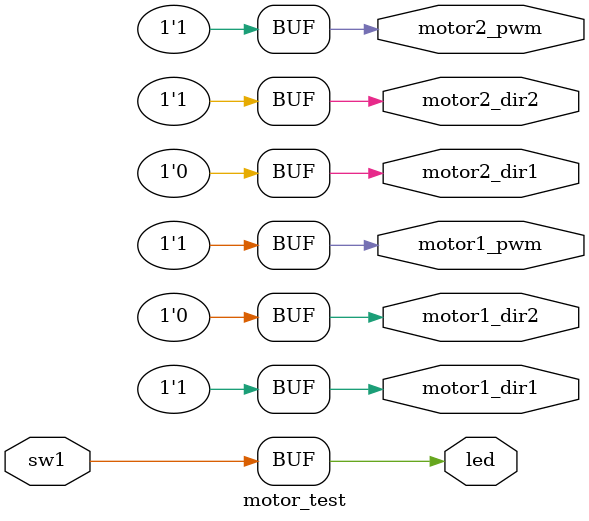
<source format=v>
module motor_test
  (
    input            sw1,
    output           motor1_dir1,
    output           motor1_dir2,
    output           motor1_pwm,
    output           motor2_dir1,
    output           motor2_dir2,
    output           motor2_pwm,
    output           led
  );

  assign led = sw1;

  assign motor1_dir1 = 1'b1;
  assign motor1_dir2 = 1'b0;
  assign motor1_pwm = 1'b1;

  assign motor2_dir1 = 1'b0;
  assign motor2_dir2 = 1'b1;
  assign motor2_pwm = 1'b1;

endmodule


</source>
